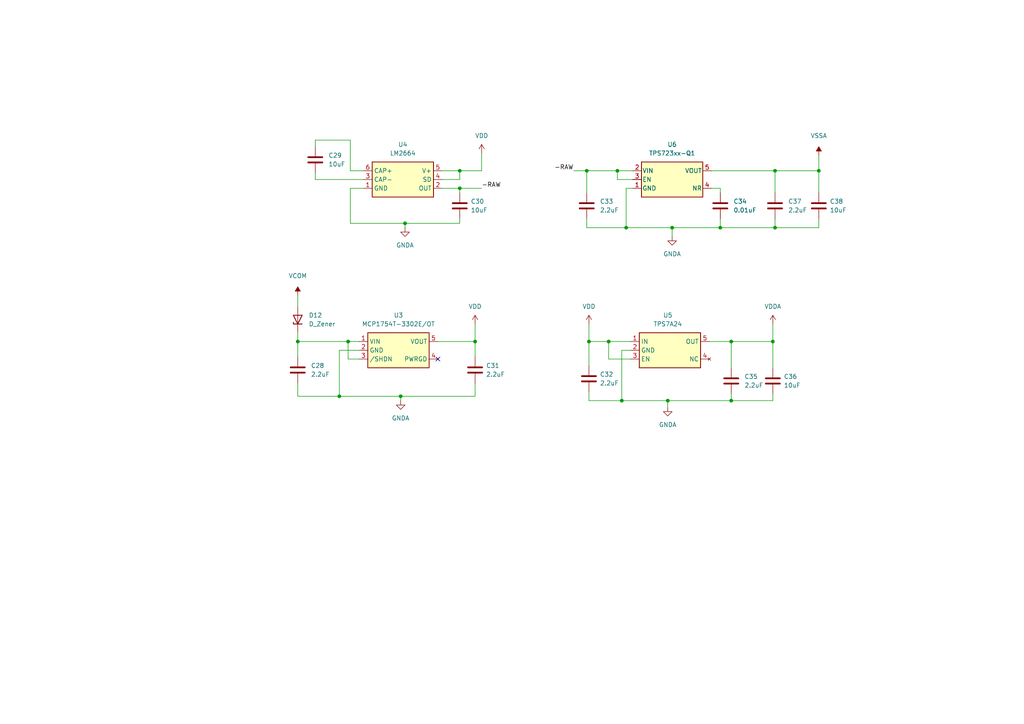
<source format=kicad_sch>
(kicad_sch (version 20211123) (generator eeschema)
  (paper "A4")
  (lib_symbols
    (symbol "Brain-4ce_Regulator_Linear:MCP1754T-3302E{slash}OT"
      (property "Reference" "U" (at 0 8.89 0))
      (property "Value" "MCP1754T-3302E{slash}OT" (at -10.16 6.35 0))
      (symbol "MCP1754T-3302E{slash}OT_0_1"
        (rectangle (start -8.89 5.08) (end 8.89 -5.08) (stroke (width 0.254)) (fill (type background)))
      )
      (symbol "MCP1754T-3302E{slash}OT_1_1"
        (pin power_in line (at -11.43 2.54 0) (length 2.54) (name "VIN") (number "1"))
        (pin power_in line (at -11.43 0 0) (length 2.54) (name "GND") (number "2"))
        (pin input line (at -11.43 -2.54 0) (length 2.54) (name "/SHDN") (number "3"))
        (pin no_connect line (at 11.43 -2.54 180) (length 2.54) (name "PWRGD") (number "4"))
        (pin power_out line (at 11.43 2.54 180) (length 2.54) (name "VOUT") (number "5"))
      )
    )
    (symbol "Brain-4ce_Regulator_Linear:TPS723xx-Q1" (pin_names (offset 0.254))
      (property "Reference" "SR" (at -3.81 6.35 0))
      (property "Value" "TPS723xx-Q1" (at 0 6.35 0))
      (symbol "TPS723xx-Q1_0_1"
        (rectangle (start -8.89 5.08) (end 8.89 -5.08) (stroke (width 0.254)) (fill (type background)))
      )
      (symbol "TPS723xx-Q1_1_1"
        (pin power_in line (at -11.43 -2.54 0) (length 2.54) (name "GND") (number "1"))
        (pin power_in line (at -11.43 2.54 0) (length 2.54) (name "VIN") (number "2"))
        (pin input line (at -11.43 0 0) (length 2.54) (name "EN") (number "3"))
        (pin input line (at 11.43 -2.54 180) (length 2.54) (name "NR") (number "4"))
        (pin power_out line (at 11.43 2.54 180) (length 2.54) (name "VOUT") (number "5"))
      )
    )
    (symbol "Brain-4ce_Regulator_Linear:TPS7A24"
      (property "Reference" "U" (at -1.27 7.62 0))
      (property "Value" "TPS7A24" (at 5.08 7.62 0))
      (symbol "TPS7A24_0_0"
        (text "" (at -10.16 0 0) (effects (font (size 1.27 1.27))))
      )
      (symbol "TPS7A24_0_1"
        (rectangle (start -8.89 5.08) (end 8.89 -5.08) (stroke (width 0.254)) (fill (type background)))
        (pin power_in line (at -11.43 2.54 0) (length 2.54) (name "IN") (number "1"))
        (pin power_in line (at -11.43 0 0) (length 2.54) (name "GND") (number "2"))
        (pin input line (at -11.43 -2.54 0) (length 2.54) (name "EN") (number "3"))
        (pin no_connect line (at 11.43 -2.54 180) (length 2.54) (name "NC") (number "4"))
        (pin power_out line (at 11.43 2.54 180) (length 2.54) (name "OUT") (number "5"))
      )
    )
    (symbol "Brain-4ce_Regulator_SwitchedCapacitor:LM2664"
      (property "Reference" "U" (at -6.35 6.35 0))
      (property "Value" "LM2664" (at 1.27 6.35 0))
      (symbol "LM2664_0_1"
        (rectangle (start -8.89 5.08) (end 8.89 -5.08) (stroke (width 0.254)) (fill (type background)))
      )
      (symbol "LM2664_1_1"
        (pin power_in line (at -11.43 -2.54 0) (length 2.54) (name "GND") (number "1"))
        (pin passive line (at 11.43 -2.54 180) (length 2.54) (name "OUT") (number "2"))
        (pin passive line (at -11.43 0 0) (length 2.54) (name "CAP-") (number "3"))
        (pin input line (at 11.43 0 180) (length 2.54) (name "SD") (number "4"))
        (pin passive line (at 11.43 2.54 180) (length 2.54) (name "V+") (number "5"))
        (pin passive line (at -11.43 2.54 0) (length 2.54) (name "CAP+") (number "6"))
      )
    )
    (symbol "Device:C" (pin_numbers hide) (pin_names (offset 0.254))
      (property "Reference" "C" (at 0.635 2.54 0))
      (property "Value" "C" (at 0.635 -2.54 0))
      (symbol "C_0_1"
        (polyline (pts (xy -2.032 -0.762) (xy 2.032 -0.762)) (stroke (width 0.508)))
        (polyline (pts (xy -2.032 0.762) (xy 2.032 0.762)) (stroke (width 0.508)))
      )
      (symbol "C_1_1"
        (pin passive line (at 0 3.81 270) (length 2.794) (name "~") (number "1"))
        (pin passive line (at 0 -3.81 90) (length 2.794) (name "~") (number "2"))
      )
    )
    (symbol "Device:D_Zener" (pin_numbers hide) (pin_names (offset 1.016) hide)
      (property "Reference" "D" (at 0 2.54 0))
      (property "Value" "D_Zener" (at 0 -2.54 0))
      (symbol "D_Zener_0_1"
        (polyline (pts (xy 1.27 0) (xy -1.27 0)))
        (polyline (pts (xy -1.27 -1.27) (xy -1.27 1.27) (xy -0.762 1.27)) (stroke (width 0.254)))
        (polyline (pts (xy 1.27 -1.27) (xy 1.27 1.27) (xy -1.27 0) (xy 1.27 -1.27)) (stroke (width 0.254)))
      )
      (symbol "D_Zener_1_1"
        (pin passive line (at -3.81 0 0) (length 2.54) (name "K") (number "1"))
        (pin passive line (at 3.81 0 180) (length 2.54) (name "A") (number "2"))
      )
    )
    (symbol "power:GNDA" (power) (pin_names (offset 0))
      (property "Value" "GNDA" (at 0 -3.81 0))
      (symbol "GNDA_0_1"
        (polyline (pts (xy 0 0) (xy 0 -1.27) (xy 1.27 -1.27) (xy 0 -2.54) (xy -1.27 -1.27) (xy 0 -1.27)))
      )
      (symbol "GNDA_1_1"
        (pin power_in line (at 0 0 270) (length 0) hide (name "GNDA") (number "1"))
      )
    )
    (symbol "power:VCOM" (power) (pin_names (offset 0))
      (property "Value" "VCOM" (at 0 3.81 0))
      (symbol "VCOM_0_1"
        (polyline (pts (xy 0 0) (xy 0 2.54)))
        (polyline (pts (xy 0.762 1.27) (xy -0.762 1.27) (xy 0 2.54) (xy 0.762 1.27)) (fill (type outline)))
      )
      (symbol "VCOM_1_1"
        (pin power_in line (at 0 0 90) (length 0) hide (name "VCOM") (number "1"))
      )
    )
    (symbol "power:VDD" (power) (pin_names (offset 0))
      (property "Value" "VDD" (at 0 3.81 0))
      (symbol "VDD_0_1"
        (polyline (pts (xy -0.762 1.27) (xy 0 2.54)))
        (polyline (pts (xy 0 0) (xy 0 2.54)))
        (polyline (pts (xy 0 2.54) (xy 0.762 1.27)))
      )
      (symbol "VDD_1_1"
        (pin power_in line (at 0 0 90) (length 0) hide (name "VDD") (number "1"))
      )
    )
    (symbol "power:VDDA" (power) (pin_names (offset 0))
      (property "Value" "VDDA" (at 0 3.81 0))
      (symbol "VDDA_0_1"
        (polyline (pts (xy -0.762 1.27) (xy 0 2.54)))
        (polyline (pts (xy 0 0) (xy 0 2.54)))
        (polyline (pts (xy 0 2.54) (xy 0.762 1.27)))
      )
      (symbol "VDDA_1_1"
        (pin power_in line (at 0 0 90) (length 0) hide (name "VDDA") (number "1"))
      )
    )
    (symbol "power:VSSA" (power) (pin_names (offset 0))
      (property "Value" "VSSA" (at 0 3.81 0))
      (symbol "VSSA_0_1"
        (polyline (pts (xy 0 0) (xy 0 2.54)))
        (polyline (pts (xy 0.762 1.27) (xy -0.762 1.27) (xy 0 2.54) (xy 0.762 1.27)) (fill (type outline)))
      )
      (symbol "VSSA_1_1"
        (pin power_in line (at 0 0 90) (length 0) hide (name "VSSA") (number "1"))
      )
    )
  )
  (junction (at 212.09 99.06))
  (junction (at 117.475 64.77))
  (junction (at 116.205 114.935))
  (junction (at 208.915 66.04))
  (junction (at 224.79 66.04))
  (junction (at 176.53 99.06))
  (junction (at 86.36 99.06))
  (junction (at 180.34 116.205))
  (junction (at 224.79 49.53))
  (junction (at 170.815 99.06))
  (junction (at 194.945 66.04))
  (junction (at 137.795 99.06))
  (junction (at 193.675 116.205))
  (junction (at 181.61 66.04))
  (junction (at 237.49 49.53))
  (junction (at 170.18 49.53))
  (junction (at 98.425 114.935))
  (junction (at 224.155 99.06))
  (junction (at 133.35 54.61))
  (junction (at 212.09 116.205))
  (junction (at 179.07 49.53))
  (junction (at 133.35 49.53))
  (junction (at 100.965 99.06))
  (no_connect (at 127 104.14))
  (wire (pts (xy 176.53 99.06) (xy 170.815 99.06)))
  (wire (pts (xy 182.88 104.14) (xy 176.53 104.14)))
  (wire (pts (xy 86.36 96.52) (xy 86.36 99.06)))
  (wire (pts (xy 237.49 49.53) (xy 224.79 49.53)))
  (wire (pts (xy 208.915 63.5) (xy 208.915 66.04)))
  (wire (pts (xy 224.155 93.98) (xy 224.155 99.06)))
  (wire (pts (xy 101.6 49.53) (xy 101.6 40.64)))
  (wire (pts (xy 212.09 99.06) (xy 224.155 99.06)))
  (wire (pts (xy 170.815 93.98) (xy 170.815 99.06)))
  (wire (pts (xy 183.515 52.07) (xy 179.07 52.07)))
  (wire (pts (xy 179.07 52.07) (xy 179.07 49.53)))
  (wire (pts (xy 86.36 99.06) (xy 86.36 103.505)))
  (wire (pts (xy 170.18 63.5) (xy 170.18 66.04)))
  (wire (pts (xy 224.79 63.5) (xy 224.79 66.04)))
  (wire (pts (xy 98.425 114.935) (xy 116.205 114.935)))
  (wire (pts (xy 208.915 66.04) (xy 224.79 66.04)))
  (wire (pts (xy 101.6 64.77) (xy 101.6 54.61)))
  (wire (pts (xy 98.425 101.6) (xy 98.425 114.935)))
  (wire (pts (xy 183.515 54.61) (xy 181.61 54.61)))
  (wire (pts (xy 133.35 52.07) (xy 133.35 49.53)))
  (wire (pts (xy 86.36 111.125) (xy 86.36 114.935)))
  (wire (pts (xy 137.795 99.06) (xy 137.795 103.505)))
  (wire (pts (xy 170.18 66.04) (xy 181.61 66.04)))
  (wire (pts (xy 170.18 49.53) (xy 170.18 55.88)))
  (wire (pts (xy 224.155 99.06) (xy 224.155 106.68)))
  (wire (pts (xy 180.34 116.205) (xy 170.815 116.205)))
  (wire (pts (xy 208.915 54.61) (xy 208.915 55.88)))
  (wire (pts (xy 139.7 49.53) (xy 133.35 49.53)))
  (wire (pts (xy 206.375 54.61) (xy 208.915 54.61)))
  (wire (pts (xy 170.18 49.53) (xy 179.07 49.53)))
  (wire (pts (xy 104.14 99.06) (xy 100.965 99.06)))
  (wire (pts (xy 100.965 104.14) (xy 100.965 99.06)))
  (wire (pts (xy 86.36 114.935) (xy 98.425 114.935)))
  (wire (pts (xy 224.155 114.3) (xy 224.155 116.205)))
  (wire (pts (xy 127 99.06) (xy 137.795 99.06)))
  (wire (pts (xy 212.09 114.3) (xy 212.09 116.205)))
  (wire (pts (xy 133.35 54.61) (xy 133.35 55.88)))
  (wire (pts (xy 101.6 40.64) (xy 91.44 40.64)))
  (wire (pts (xy 170.815 99.06) (xy 170.815 106.045)))
  (wire (pts (xy 104.14 104.14) (xy 100.965 104.14)))
  (wire (pts (xy 117.475 64.77) (xy 117.475 66.04)))
  (wire (pts (xy 117.475 64.77) (xy 101.6 64.77)))
  (wire (pts (xy 100.965 99.06) (xy 86.36 99.06)))
  (wire (pts (xy 105.41 52.07) (xy 91.44 52.07)))
  (wire (pts (xy 104.14 101.6) (xy 98.425 101.6)))
  (wire (pts (xy 193.675 116.205) (xy 180.34 116.205)))
  (wire (pts (xy 128.27 52.07) (xy 133.35 52.07)))
  (wire (pts (xy 182.88 101.6) (xy 180.34 101.6)))
  (wire (pts (xy 101.6 49.53) (xy 105.41 49.53)))
  (wire (pts (xy 91.44 52.07) (xy 91.44 50.165)))
  (wire (pts (xy 193.675 116.205) (xy 193.675 118.11)))
  (wire (pts (xy 116.205 114.935) (xy 116.205 116.205)))
  (wire (pts (xy 133.35 64.77) (xy 117.475 64.77)))
  (wire (pts (xy 194.945 66.04) (xy 194.945 68.58)))
  (wire (pts (xy 182.88 99.06) (xy 176.53 99.06)))
  (wire (pts (xy 86.36 85.725) (xy 86.36 88.9)))
  (wire (pts (xy 128.27 54.61) (xy 133.35 54.61)))
  (wire (pts (xy 224.79 49.53) (xy 224.79 55.88)))
  (wire (pts (xy 224.79 66.04) (xy 237.49 66.04)))
  (wire (pts (xy 181.61 66.04) (xy 194.945 66.04)))
  (wire (pts (xy 91.44 40.64) (xy 91.44 42.545)))
  (wire (pts (xy 180.34 101.6) (xy 180.34 116.205)))
  (wire (pts (xy 194.945 66.04) (xy 208.915 66.04)))
  (wire (pts (xy 183.515 49.53) (xy 179.07 49.53)))
  (wire (pts (xy 101.6 54.61) (xy 105.41 54.61)))
  (wire (pts (xy 224.155 116.205) (xy 212.09 116.205)))
  (wire (pts (xy 128.27 49.53) (xy 133.35 49.53)))
  (wire (pts (xy 206.375 49.53) (xy 224.79 49.53)))
  (wire (pts (xy 137.795 114.935) (xy 137.795 111.125)))
  (wire (pts (xy 133.35 54.61) (xy 139.7 54.61)))
  (wire (pts (xy 212.09 99.06) (xy 212.09 106.68)))
  (wire (pts (xy 181.61 54.61) (xy 181.61 66.04)))
  (wire (pts (xy 166.37 49.53) (xy 170.18 49.53)))
  (wire (pts (xy 170.815 116.205) (xy 170.815 113.665)))
  (wire (pts (xy 133.35 63.5) (xy 133.35 64.77)))
  (wire (pts (xy 137.795 93.98) (xy 137.795 99.06)))
  (wire (pts (xy 139.7 44.45) (xy 139.7 49.53)))
  (wire (pts (xy 205.74 99.06) (xy 212.09 99.06)))
  (wire (pts (xy 237.49 45.085) (xy 237.49 49.53)))
  (wire (pts (xy 237.49 55.88) (xy 237.49 49.53)))
  (wire (pts (xy 116.205 114.935) (xy 137.795 114.935)))
  (wire (pts (xy 212.09 116.205) (xy 193.675 116.205)))
  (wire (pts (xy 176.53 104.14) (xy 176.53 99.06)))
  (wire (pts (xy 237.49 66.04) (xy 237.49 63.5)))
  (label "-RAW" (at 166.37 49.53 180))
  (label "-RAW" (at 139.7 54.61 0))
  (symbol (lib_id "Device:C") (at 224.155 110.49 0) (unit 1)
    (property "Reference" "C36" (at 227.33 109.2199 0) (effects (justify left)))
    (property "Value" "10uF" (at 227.33 111.7599 0) (effects (justify left)))
    (property "Footprint" "Capacitor_SMD:C_0603_1608Metric" (effects hide))
  )
  (symbol (lib_id "Device:D_Zener") (at 86.36 92.71 90) (unit 1)
    (property "Reference" "D12" (at 89.535 91.4399 90) (effects (justify right)))
    (property "Value" "D_Zener" (at 89.535 93.9799 90) (effects (justify right)))
    (property "Footprint" "Diode_SMD:D_SOD-323" (effects hide))
  )
  (symbol (lib_id "power:VDD") (at 139.7 44.45 0) (unit 1)
    (property "Reference" "#PWR013" (effects hide))
    (property "Value" "VDD" (at 139.7 39.37 0))
  )
  (symbol (lib_id "power:GNDA") (at 117.475 66.04 0) (unit 1)
    (property "Reference" "#PWR011" (effects hide))
    (property "Value" "GNDA" (at 117.475 71.12 0))
  )
  (symbol (lib_id "power:VDD") (at 170.815 93.98 0) (unit 1)
    (property "Reference" "#PWR0127" (effects hide))
    (property "Value" "VDD" (at 170.815 88.9 0))
  )
  (symbol (lib_id "power:GNDA") (at 116.205 116.205 0) (unit 1)
    (property "Reference" "#PWR010" (effects hide))
    (property "Value" "GNDA" (at 116.205 121.285 0))
  )
  (symbol (lib_id "Brain-4ce_Regulator_Linear:MCP1754T-3302E{slash}OT") (at 115.57 101.6 0) (unit 1)
    (property "Reference" "U3" (at 115.57 91.44 0))
    (property "Value" "MCP1754T-3302E/OT" (at 115.57 93.98 0))
    (property "Footprint" "Package_TO_SOT_SMD:SOT-23-5" (effects hide))
    (property "Datasheet" "http://ww1.microchip.com/downloads/en/DeviceDoc/20002276C.pdf" (effects hide))
  )
  (symbol (lib_id "power:GNDA") (at 193.675 118.11 0) (unit 1)
    (property "Reference" "#PWR014" (effects hide))
    (property "Value" "GNDA" (at 193.675 123.19 0))
  )
  (symbol (lib_id "power:VDDA") (at 224.155 93.98 0) (unit 1)
    (property "Reference" "#PWR0128" (effects hide))
    (property "Value" "VDDA" (at 224.155 88.9 0))
  )
  (symbol (lib_id "Brain-4ce_Regulator_SwitchedCapacitor:LM2664") (at 116.84 52.07 0) (unit 1)
    (property "Reference" "U4" (at 116.84 41.91 0))
    (property "Value" "LM2664" (at 116.84 44.45 0))
    (property "Footprint" "Package_TO_SOT_SMD:SOT-23-6" (effects hide))
    (property "Datasheet" "https://www.ti.com/lit/ds/symlink/lm2664.pdf" (effects hide))
  )
  (symbol (lib_id "Device:C") (at 133.35 59.69 0) (unit 1)
    (property "Reference" "C30" (at 136.525 58.4199 0) (effects (justify left)))
    (property "Value" "10uF" (at 136.525 60.9599 0) (effects (justify left)))
    (property "Footprint" "Capacitor_SMD:C_0603_1608Metric" (effects hide))
  )
  (symbol (lib_id "Device:C") (at 208.915 59.69 0) (unit 1)
    (property "Reference" "C34" (at 212.725 58.4199 0) (effects (justify left)))
    (property "Value" "0.01uF" (at 212.725 60.9599 0) (effects (justify left)))
    (property "Footprint" "Capacitor_SMD:C_0402_1005Metric" (effects hide))
  )
  (symbol (lib_id "Device:C") (at 170.815 109.855 0) (unit 1)
    (property "Reference" "C32" (at 173.99 108.5849 0) (effects (justify left)))
    (property "Value" "2.2uF" (at 173.99 111.1249 0) (effects (justify left)))
    (property "Footprint" "Capacitor_SMD:C_0402_1005Metric" (effects hide))
  )
  (symbol (lib_id "Device:C") (at 237.49 59.69 0) (unit 1)
    (property "Reference" "C38" (at 240.665 58.4199 0) (effects (justify left)))
    (property "Value" "10uF" (at 240.665 60.9599 0) (effects (justify left)))
    (property "Footprint" "Capacitor_SMD:C_0603_1608Metric" (effects hide))
  )
  (symbol (lib_id "Device:C") (at 224.79 59.69 0) (unit 1)
    (property "Reference" "C37" (at 228.6 58.4199 0) (effects (justify left)))
    (property "Value" "2.2uF" (at 228.6 60.9599 0) (effects (justify left)))
    (property "Footprint" "Capacitor_SMD:C_0402_1005Metric" (effects hide))
  )
  (symbol (lib_id "Device:C") (at 137.795 107.315 0) (unit 1)
    (property "Reference" "C31" (at 140.97 106.0449 0) (effects (justify left)))
    (property "Value" "2.2uF" (at 140.97 108.5849 0) (effects (justify left)))
    (property "Footprint" "Capacitor_SMD:C_0402_1005Metric" (effects hide))
  )
  (symbol (lib_id "Device:C") (at 91.44 46.355 0) (unit 1)
    (property "Reference" "C29" (at 95.25 45.0849 0) (effects (justify left)))
    (property "Value" "10uF" (at 95.25 47.6249 0) (effects (justify left)))
    (property "Footprint" "Capacitor_SMD:C_0603_1608Metric" (effects hide))
  )
  (symbol (lib_id "Brain-4ce_Regulator_Linear:TPS7A24") (at 194.31 101.6 0) (unit 1)
    (property "Reference" "U5" (at 193.6988 91.44 0))
    (property "Value" "TPS7A24" (at 193.6988 93.98 0))
    (property "Footprint" "Package_TO_SOT_SMD:SOT-23-5" (effects hide))
    (property "Datasheet" "https://www.ti.com/lit/ds/symlink/tps7a24.pdf" (effects hide))
  )
  (symbol (lib_id "Device:C") (at 86.36 107.315 0) (unit 1)
    (property "Reference" "C28" (at 90.17 106.0449 0) (effects (justify left)))
    (property "Value" "2.2uF" (at 90.17 108.5849 0) (effects (justify left)))
    (property "Footprint" "Capacitor_SMD:C_0402_1005Metric" (effects hide))
  )
  (symbol (lib_id "Device:C") (at 170.18 59.69 0) (unit 1)
    (property "Reference" "C33" (at 173.99 58.4199 0) (effects (justify left)))
    (property "Value" "2.2uF" (at 173.99 60.9599 0) (effects (justify left)))
    (property "Footprint" "Capacitor_SMD:C_0402_1005Metric" (effects hide))
  )
  (symbol (lib_id "power:GNDA") (at 194.945 68.58 0) (unit 1)
    (property "Reference" "#PWR015" (effects hide))
    (property "Value" "GNDA" (at 194.945 73.66 0))
  )
  (symbol (lib_id "power:VSSA") (at 237.49 45.085 0) (unit 1)
    (property "Reference" "#PWR016" (effects hide))
    (property "Value" "VSSA" (at 237.49 39.37 0))
  )
  (symbol (lib_id "power:VCOM") (at 86.36 85.725 0) (unit 1)
    (property "Reference" "#PWR09" (effects hide))
    (property "Value" "VCOM" (at 86.36 80.01 0))
  )
  (symbol (lib_id "Brain-4ce_Regulator_Linear:TPS723xx-Q1") (at 194.945 52.07 0) (unit 1)
    (property "Reference" "U6" (at 194.945 41.91 0))
    (property "Value" "TPS723xx-Q1" (at 194.945 44.45 0))
    (property "Footprint" "Package_TO_SOT_SMD:SOT-23-5" (effects hide))
    (property "Datasheet" "http://www.ti.com/lit/ds/symlink/tps723.pdf" (effects hide))
  )
  (symbol (lib_id "Device:C") (at 212.09 110.49 0) (unit 1)
    (property "Reference" "C35" (at 215.9 109.2199 0) (effects (justify left)))
    (property "Value" "2.2uF" (at 215.9 111.7599 0) (effects (justify left)))
    (property "Footprint" "Capacitor_SMD:C_0402_1005Metric" (effects hide))
  )
  (symbol (lib_id "power:VDD") (at 137.795 93.98 0) (unit 1)
    (property "Reference" "#PWR012" (effects hide))
    (property "Value" "VDD" (at 137.795 88.9 0))
  )
)
</source>
